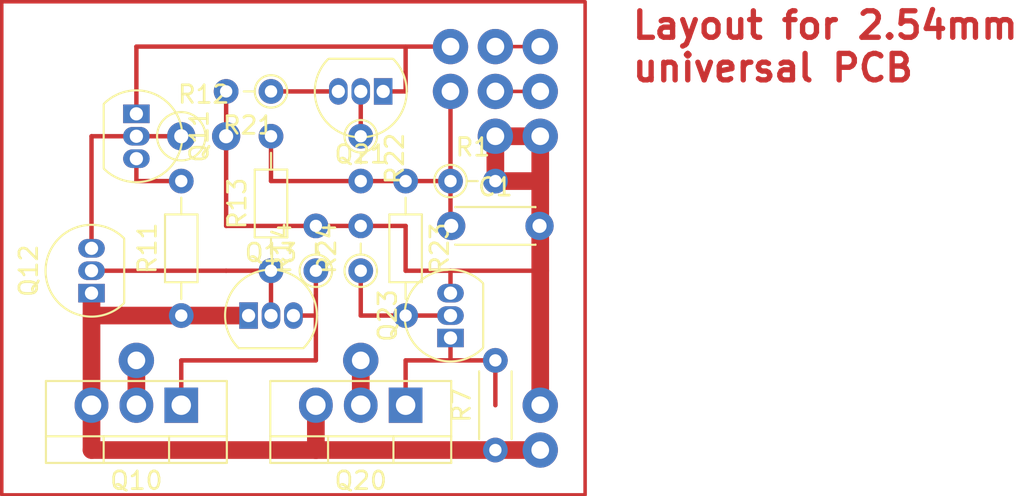
<source format=kicad_pcb>
(kicad_pcb (version 20211014) (generator pcbnew)
  (layers (0 "F.Cu" signal) (31 "B.Cu" signal) (34 "B.Paste" user) (35 "F.Paste" user) (36 "B.SilkS" user "B.Silkscreen") (37 "F.SilkS" user "F.Silkscreen") (38 "B.Mask" user) (39 "F.Mask" user) (44 "Edge.Cuts" user))
  (net 0 "")
  (net 1 "Net-(Q10-Pad1)")
  (net 2 "+5V Charge")
  (net 3 "+5V")
  (net 4 "PD Sense")
  (net 5 "Net-(Q11-Pad2)")
  (net 6 "Net-(Q11-Pad3)")
  (net 7 "Net-(Q20-Pad1)")
  (net 8 "+5V USB Host")
  (net 9 "Net-(Q21-Pad2)")
  (net 10 "Net-(Q21-Pad3)")
  (net 11 "GND")
  (net 12 "Switch")
  (net 13 "/SW_Charge")
  (net 14 "/SW_host")
  (footprint "Package_TO_SOT_THT:TO-92_Inline" (layer "F.Cu") (at 20.32 19.05 -90)
    (fp_text reference "Q11" (at 1.27 -3.56 90) (layer "F.SilkS"))
    (fp_text value "BC557C")
    (fp_line (start -0.53 1.85) (end 3.07 1.85) (layer "F.SilkS") (width 0.12))
    (fp_arc (start 1.27 -2.6) (mid 3.672087 -0.994977) (end 3.108478 1.838478) (layer "F.SilkS") (width 0.12))
    (fp_arc (start -0.568478 1.838478) (mid -1.132087 -0.994977) (end 1.27 -2.6) (layer "F.SilkS") (width 0.12))
    (pad "1" thru_hole rect (at 0 0 270) (size 1.05 1.5) (drill 0.75) (layers *.Cu *.Mask) (net 4 "PD Sense"))
    (pad "2" thru_hole oval (at 1.27 0 270) (size 1.05 1.5) (drill 0.75) (layers *.Cu *.Mask) (net 5 "Net-(Q11-Pad2)"))
    (pad "3" thru_hole oval (at 2.54 0 270) (size 1.05 1.5) (drill 0.75) (layers *.Cu *.Mask) (net 6 "Net-(Q11-Pad3)"))
  )
  (footprint "Resistor_THT:R_Axial_DIN0204_L3.6mm_D1.6mm_P7.62mm_Horizontal" (layer "F.Cu") (at 35.56 22.86 -90)
    (fp_text reference "R23" (at 3.81 -1.92 -90) (layer "F.SilkS"))
    (fp_text value "1000k")
    (fp_line (start 5.73 0.92) (end 5.73 -0.92) (layer "F.SilkS") (width 0.12))
    (fp_line (start 1.89 0.92) (end 5.73 0.92) (layer "F.SilkS") (width 0.12))
    (fp_line (start 6.68 0) (end 5.73 0) (layer "F.SilkS") (width 0.12))
    (fp_line (start 5.73 -0.92) (end 1.89 -0.92) (layer "F.SilkS") (width 0.12))
    (fp_line (start 1.89 -0.92) (end 1.89 0.92) (layer "F.SilkS") (width 0.12))
    (fp_line (start 0.94 0) (end 1.89 0) (layer "F.SilkS") (width 0.12))
    (pad "1" thru_hole circle (at 0 0 270) (size 1.4 1.4) (drill 0.7) (layers *.Cu *.Mask) (net 12 "Switch"))
    (pad "2" thru_hole oval (at 7.62 0 270) (size 1.4 1.4) (drill 0.7) (layers *.Cu *.Mask) (net 14 "/SW_host"))
  )
  (footprint "Resistor_THT:R_Axial_DIN0204_L3.6mm_D1.6mm_P2.54mm_Vertical" (layer "F.Cu") (at 27.94 17.78 180)
    (fp_text reference "R21" (at 1.27 -1.92 180) (layer "F.SilkS"))
    (fp_text value "15k")
    (fp_line (start 0.92 0) (end 1.54 0) (layer "F.SilkS") (width 0.12))
    (fp_circle (center 0 0) (end 0.92 0) (layer "F.SilkS") (width 0.12) (fill none))
    (pad "1" thru_hole circle (at 0 0 180) (size 1.4 1.4) (drill 0.7) (layers *.Cu *.Mask) (net 10 "Net-(Q21-Pad3)"))
    (pad "2" thru_hole oval (at 2.54 0 180) (size 1.4 1.4) (drill 0.7) (layers *.Cu *.Mask) (net 11 "GND"))
  )
  (footprint "Package_TO_SOT_THT:TO-220-3_Vertical" (layer "F.Cu") (at 22.86 35.56 180)
    (fp_text reference "Q10" (at 2.54 -4.27) (layer "F.SilkS"))
    (fp_text value "IRF4905")
    (fp_line (start -2.58 1.371) (end 7.66 1.371) (layer "F.SilkS") (width 0.12))
    (fp_line (start 0.69 -3.27) (end 0.69 -1.76) (layer "F.SilkS") (width 0.12))
    (fp_line (start -2.58 -3.27) (end 7.66 -3.27) (layer "F.SilkS") (width 0.12))
    (fp_line (start 7.66 -3.27) (end 7.66 1.371) (layer "F.SilkS") (width 0.12))
    (fp_line (start -2.58 -3.27) (end -2.58 1.371) (layer "F.SilkS") (width 0.12))
    (fp_line (start -2.58 -1.76) (end 7.66 -1.76) (layer "F.SilkS") (width 0.12))
    (fp_line (start 4.391 -3.27) (end 4.391 -1.76) (layer "F.SilkS") (width 0.12))
    (pad "1" thru_hole rect (at 0 0 180) (size 1.905 2) (drill 1.1) (layers *.Cu *.Mask) (net 1 "Net-(Q10-Pad1)"))
    (pad "2" thru_hole oval (at 2.54 0 180) (size 1.905 2) (drill 1.1) (layers *.Cu *.Mask) (net 2 "+5V Charge"))
    (pad "3" thru_hole oval (at 5.08 0 180) (size 1.905 2) (drill 1.1) (layers *.Cu *.Mask) (net 3 "+5V"))
  )
  (footprint "Package_TO_SOT_THT:TO-92_Inline" (layer "F.Cu") (at 26.67 30.48)
    (fp_text reference "Q13" (at 1.27 -3.56) (layer "F.SilkS"))
    (fp_text value "BC548C")
    (fp_line (start -0.53 1.85) (end 3.07 1.85) (layer "F.SilkS") (width 0.12))
    (fp_arc (start -0.568478 1.838478) (mid -1.132087 -0.994977) (end 1.27 -2.6) (layer "F.SilkS") (width 0.12))
    (fp_arc (start 1.27 -2.6) (mid 3.672087 -0.994977) (end 3.108478 1.838478) (layer "F.SilkS") (width 0.12))
    (pad "1" thru_hole rect (at 0 0) (size 1.05 1.5) (drill 0.75) (layers *.Cu *.Mask) (net 3 "+5V"))
    (pad "2" thru_hole oval (at 1.27 0) (size 1.05 1.5) (drill 0.75) (layers *.Cu *.Mask) (net 13 "/SW_Charge"))
    (pad "3" thru_hole oval (at 2.54 0) (size 1.05 1.5) (drill 0.75) (layers *.Cu *.Mask) (net 1 "Net-(Q10-Pad1)"))
  )
  (footprint "Resistor_THT:R_Axial_DIN0204_L3.6mm_D1.6mm_P2.54mm_Vertical" (layer "F.Cu") (at 30.48 27.94 90)
    (fp_text reference "R14" (at 1.27 -1.92 90) (layer "F.SilkS"))
    (fp_text value "1000k")
    (fp_line (start 0.92 0) (end 1.54 0) (layer "F.SilkS") (width 0.12))
    (fp_circle (center 0 0) (end 0.92 0) (layer "F.SilkS") (width 0.12) (fill none))
    (pad "1" thru_hole circle (at 0 0 90) (size 1.4 1.4) (drill 0.7) (layers *.Cu *.Mask) (net 1 "Net-(Q10-Pad1)"))
    (pad "2" thru_hole oval (at 2.54 0 90) (size 1.4 1.4) (drill 0.7) (layers *.Cu *.Mask) (net 11 "GND"))
  )
  (footprint "Package_TO_SOT_THT:TO-92_Inline" (layer "F.Cu") (at 38.1 31.75 90)
    (fp_text reference "Q23" (at 1.27 -3.56 90) (layer "F.SilkS"))
    (fp_text value "BC548C")
    (fp_line (start -0.53 1.85) (end 3.07 1.85) (layer "F.SilkS") (width 0.12))
    (fp_arc (start -0.568478 1.838478) (mid -1.132087 -0.994977) (end 1.27 -2.6) (layer "F.SilkS") (width 0.12))
    (fp_arc (start 1.27 -2.6) (mid 3.672087 -0.994977) (end 3.108478 1.838478) (layer "F.SilkS") (width 0.12))
    (pad "1" thru_hole rect (at 0 0 90) (size 1.05 1.5) (drill 0.75) (layers *.Cu *.Mask) (net 7 "Net-(Q20-Pad1)"))
    (pad "2" thru_hole oval (at 1.27 0 90) (size 1.05 1.5) (drill 0.75) (layers *.Cu *.Mask) (net 14 "/SW_host"))
    (pad "3" thru_hole oval (at 2.54 0 90) (size 1.05 1.5) (drill 0.75) (layers *.Cu *.Mask) (net 11 "GND"))
  )
  (footprint "Package_TO_SOT_THT:TO-92_Inline" (layer "F.Cu") (at 17.78 29.21 90)
    (fp_text reference "Q12" (at 1.27 -3.56 90) (layer "F.SilkS"))
    (fp_text value "BC548C")
    (fp_line (start -0.53 1.85) (end 3.07 1.85) (layer "F.SilkS") (width 0.12))
    (fp_arc (start -0.568478 1.838478) (mid -1.132087 -0.994977) (end 1.27 -2.6) (layer "F.SilkS") (width 0.12))
    (fp_arc (start 1.27 -2.6) (mid 3.672087 -0.994977) (end 3.108478 1.838478) (layer "F.SilkS") (width 0.12))
    (pad "1" thru_hole rect (at 0 0 90) (size 1.05 1.5) (drill 0.75) (layers *.Cu *.Mask) (net 3 "+5V"))
    (pad "2" thru_hole oval (at 1.27 0 90) (size 1.05 1.5) (drill 0.75) (layers *.Cu *.Mask) (net 13 "/SW_Charge"))
    (pad "3" thru_hole oval (at 2.54 0 90) (size 1.05 1.5) (drill 0.75) (layers *.Cu *.Mask) (net 5 "Net-(Q11-Pad2)"))
  )
  (footprint "Resistor_THT:R_Axial_DIN0204_L3.6mm_D1.6mm_P2.54mm_Vertical" (layer "F.Cu") (at 38.1 22.86)
    (fp_text reference "R1" (at 1.27 -1.92) (layer "F.SilkS"))
    (fp_text value "10k")
    (fp_line (start 0.92 0) (end 1.54 0) (layer "F.SilkS") (width 0.12))
    (fp_circle (center 0 0) (end 0.92 0) (layer "F.SilkS") (width 0.12) (fill none))
    (pad "1" thru_hole circle (at 0 0) (size 1.4 1.4) (drill 0.7) (layers *.Cu *.Mask) (net 12 "Switch"))
    (pad "2" thru_hole oval (at 2.54 0) (size 1.4 1.4) (drill 0.7) (layers *.Cu *.Mask) (net 11 "GND"))
  )
  (footprint "Resistor_THT:R_Axial_DIN0204_L3.6mm_D1.6mm_P7.62mm_Horizontal" (layer "F.Cu") (at 22.86 30.48 90)
    (fp_text reference "R11" (at 3.81 -1.92 90) (layer "F.SilkS"))
    (fp_text value "56k")
    (fp_line (start 1.89 0.92) (end 5.73 0.92) (layer "F.SilkS") (width 0.12))
    (fp_line (start 5.73 -0.92) (end 1.89 -0.92) (layer "F.SilkS") (width 0.12))
    (fp_line (start 1.89 -0.92) (end 1.89 0.92) (layer "F.SilkS") (width 0.12))
    (fp_line (start 5.73 0.92) (end 5.73 -0.92) (layer "F.SilkS") (width 0.12))
    (fp_line (start 6.68 0) (end 5.73 0) (layer "F.SilkS") (width 0.12))
    (fp_line (start 0.94 0) (end 1.89 0) (layer "F.SilkS") (width 0.12))
    (pad "1" thru_hole circle (at 0 0 90) (size 1.4 1.4) (drill 0.7) (layers *.Cu *.Mask) (net 3 "+5V"))
    (pad "2" thru_hole oval (at 7.62 0 90) (size 1.4 1.4) (drill 0.7) (layers *.Cu *.Mask) (net 6 "Net-(Q11-Pad3)"))
  )
  (footprint "Capacitor_THT:C_Disc_D4.3mm_W1.9mm_P5.00mm" (layer "F.Cu") (at 38.14 25.4)
    (fp_text reference "C1" (at 2.5 -2.2) (layer "F.SilkS"))
    (fp_text value "1n")
    (fp_line (start 0.23 1.055) (end 0.23 1.07) (layer "F.SilkS") (width 0.12))
    (fp_line (start 0.23 1.07) (end 4.77 1.07) (layer "F.SilkS") (width 0.12))
    (fp_line (start 0.23 -1.07) (end 0.23 -1.055) (layer "F.SilkS") (width 0.12))
    (fp_line (start 4.77 1.055) (end 4.77 1.07) (layer "F.SilkS") (width 0.12))
    (fp_line (start 4.77 -1.07) (end 4.77 -1.055) (layer "F.SilkS") (width 0.12))
    (fp_line (start 0.23 -1.07) (end 4.77 -1.07) (layer "F.SilkS") (width 0.12))
    (pad "1" thru_hole circle (at 0 0) (size 1.6 1.6) (drill 0.8) (layers *.Cu *.Mask) (net 12 "Switch"))
    (pad "2" thru_hole circle (at 5 0) (size 1.6 1.6) (drill 0.8) (layers *.Cu *.Mask) (net 11 "GND"))
  )
  (footprint "Resistor_THT:R_Axial_DIN0204_L3.6mm_D1.6mm_P2.54mm_Vertical" (layer "F.Cu") (at 33.02 27.94 90)
    (fp_text reference "R24" (at 1.27 -1.92 90) (layer "F.SilkS"))
    (fp_text value "220k")
    (fp_line (start 0.92 0) (end 1.54 0) (layer "F.SilkS") (width 0.12))
    (fp_circle (center 0 0) (end 0.92 0) (layer "F.SilkS") (width 0.12) (fill none))
    (pad "1" thru_hole circle (at 0 0 90) (size 1.4 1.4) (drill 0.7) (layers *.Cu *.Mask) (net 14 "/SW_host"))
    (pad "2" thru_hole oval (at 2.54 0 90) (size 1.4 1.4) (drill 0.7) (layers *.Cu *.Mask) (net 11 "GND"))
  )
  (footprint "Resistor_THT:R_Axial_DIN0204_L3.6mm_D1.6mm_P2.54mm_Vertical" (layer "F.Cu") (at 33.02 20.32 -90)
    (fp_text reference "R22" (at 1.27 -1.92 -90) (layer "F.SilkS"))
    (fp_text value "1000k")
    (fp_line (start 0.92 0) (end 1.54 0) (layer "F.SilkS") (width 0.12))
    (fp_circle (center 0 0) (end 0.92 0) (layer "F.SilkS") (width 0.12) (fill none))
    (pad "1" thru_hole circle (at 0 0 270) (size 1.4 1.4) (drill 0.7) (layers *.Cu *.Mask) (net 9 "Net-(Q21-Pad2)"))
    (pad "2" thru_hole oval (at 2.54 0 270) (size 1.4 1.4) (drill 0.7) (layers *.Cu *.Mask) (net 12 "Switch"))
  )
  (footprint "Resistor_THT:R_Axial_DIN0204_L3.6mm_D1.6mm_P5.08mm_Horizontal" (layer "F.Cu") (at 40.64 38.1 90)
    (fp_text reference "R7" (at 2.54 -1.92 90) (layer "F.SilkS"))
    (fp_text value "1000k")
    (fp_line (start 0.62 0.92) (end 4.46 0.92) (layer "F.SilkS") (width 0.12))
    (fp_line (start 0.62 -0.92) (end 4.46 -0.92) (layer "F.SilkS") (width 0.12))
    (pad "1" thru_hole circle (at 0 0 90) (size 1.4 1.4) (drill 0.7) (layers *.Cu *.Mask) (net 3 "+5V"))
    (pad "2" thru_hole oval (at 5.08 0 90) (size 1.4 1.4) (drill 0.7) (layers *.Cu *.Mask) (net 7 "Net-(Q20-Pad1)"))
  )
  (footprint "Package_TO_SOT_THT:TO-92_Inline" (layer "F.Cu") (at 34.29 17.78 180)
    (fp_text reference "Q21" (at 1.27 -3.56) (layer "F.SilkS"))
    (fp_text value "BC548C")
    (fp_line (start -0.53 1.85) (end 3.07 1.85) (layer "F.SilkS") (width 0.12))
    (fp_arc (start 1.27 -2.6) (mid 3.672087 -0.994977) (end 3.108478 1.838478) (layer "F.SilkS") (width 0.12))
    (fp_arc (start -0.568478 1.838478) (mid -1.132087 -0.994977) (end 1.27 -2.6) (layer "F.SilkS") (width 0.12))
    (pad "1" thru_hole rect (at 0 0 180) (size 1.05 1.5) (drill 0.75) (layers *.Cu *.Mask) (net 4 "PD Sense"))
    (pad "2" thru_hole oval (at 1.27 0 180) (size 1.05 1.5) (drill 0.75) (layers *.Cu *.Mask) (net 9 "Net-(Q21-Pad2)"))
    (pad "3" thru_hole oval (at 2.54 0 180) (size 1.05 1.5) (drill 0.75) (layers *.Cu *.Mask) (net 10 "Net-(Q21-Pad3)"))
  )
  (footprint "Resistor_THT:R_Axial_DIN0204_L3.6mm_D1.6mm_P7.62mm_Horizontal" (layer "F.Cu") (at 27.94 27.94 90)
    (fp_text reference "R13" (at 3.81 -1.92 90) (layer "F.SilkS"))
    (fp_text value "1000k")
    (fp_line (start 5.73 0.92) (end 5.73 -0.92) (layer "F.SilkS") (width 0.12))
    (fp_line (start 0.94 0) (end 1.89 0) (layer "F.SilkS") (width 0.12))
    (fp_line (start 6.68 0) (end 5.73 0) (layer "F.SilkS") (width 0.12))
    (fp_line (start 1.89 -0.92) (end 1.89 0.92) (layer "F.SilkS") (width 0.12))
    (fp_line (start 1.89 0.92) (end 5.73 0.92) (layer "F.SilkS") (width 0.12))
    (fp_line (start 5.73 -0.92) (end 1.89 -0.92) (layer "F.SilkS") (width 0.12))
    (pad "1" thru_hole circle (at 0 0 90) (size 1.4 1.4) (drill 0.7) (layers *.Cu *.Mask) (net 13 "/SW_Charge"))
    (pad "2" thru_hole oval (at 7.62 0 90) (size 1.4 1.4) (drill 0.7) (layers *.Cu *.Mask) (net 12 "Switch"))
  )
  (footprint "Resistor_THT:R_Axial_DIN0207_L6.3mm_D2.5mm_P2.54mm_Vertical" (layer "F.Cu") (at 22.86 20.32)
    (fp_text reference "R12" (at 1.27 -2.37) (layer "F.SilkS"))
    (fp_text value "1000k")
    (fp_line (start 1.37 0) (end 1.44 0) (layer "F.SilkS") (width 0.12))
    (fp_circle (center 0 0) (end 1.37 0) (layer "F.SilkS") (width 0.12) (fill none))
    (pad "1" thru_hole circle (at 0 0) (size 1.6 1.6) (drill 0.8) (layers *.Cu *.Mask) (net 5 "Net-(Q11-Pad2)"))
    (pad "2" thru_hole oval (at 2.54 0) (size 1.6 1.6) (drill 0.8) (layers *.Cu *.Mask) (net 11 "GND"))
  )
  (footprint "Package_TO_SOT_THT:TO-220-3_Vertical" (layer "F.Cu") (at 35.56 35.56 180)
    (fp_text reference "Q20" (at 2.54 -4.27) (layer "F.SilkS"))
    (fp_text value "IRF4905")
    (fp_line (start 0.69 -3.27) (end 0.69 -1.76) (layer "F.SilkS") (width 0.12))
    (fp_line (start 7.66 -3.27) (end 7.66 1.371) (layer "F.SilkS") (width 0.12))
    (fp_line (start 4.391 -3.27) (end 4.391 -1.76) (layer "F.SilkS") (width 0.12))
    (fp_line (start -2.58 -3.27) (end 7.66 -3.27) (layer "F.SilkS") (width 0.12))
    (fp_line (start -2.58 -3.27) (end -2.58 1.371) (layer "F.SilkS") (width 0.12))
    (fp_line (start -2.58 1.371) (end 7.66 1.371) (layer "F.SilkS") (width 0.12))
    (fp_line (start -2.58 -1.76) (end 7.66 -1.76) (layer "F.SilkS") (width 0.12))
    (pad "1" thru_hole rect (at 0 0 180) (size 1.905 2) (drill 1.1) (layers *.Cu *.Mask) (net 7 "Net-(Q20-Pad1)"))
    (pad "2" thru_hole oval (at 2.54 0 180) (size 1.905 2) (drill 1.1) (layers *.Cu *.Mask) (net 8 "+5V USB Host"))
    (pad "3" thru_hole oval (at 5.08 0 180) (size 1.905 2) (drill 1.1) (layers *.Cu *.Mask) (net 3 "+5V"))
  )
  (gr_rect (start 12.7 12.7) (end 45.72 40.64) (layer "F.Cu") (width 0.2) (fill none))
  (gr_text "Layout for 2.54mm\nuniversal PCB" (at 48.26 15.24) (layer "F.Cu") (effects (font (size 1.5 1.5) (thickness 0.3)) (justify left)))
  (segment (start 40.64 15.24) (end 43.18 15.24) (width 0.2) (layer "F.Cu") (net 0))
  (segment (start 40.64 17.78) (end 43.18 17.78) (width 0.2) (layer "F.Cu") (net 0))
  (via (at 40.64 17.78) (size 2) (drill 1) (layers "F.Cu" "B.Cu") (net 0))
  (via (at 40.64 15.24) (size 2) (drill 1) (layers "F.Cu" "B.Cu") (net 0))
  (via (at 43.18 17.78) (size 2) (drill 1) (layers "F.Cu" "B.Cu") (net 0))
  (via (at 43.18 15.24) (size 2) (drill 1) (layers "F.Cu" "B.Cu") (net 0))
  (segment (start 22.86 33.02) (end 22.86 35.56) (width 0.25) (layer "F.Cu") (net 1))
  (segment (start 30.48 27.94) (end 30.48 30.48) (width 0.25) (layer "F.Cu") (net 1))
  (segment (start 30.48 33.02) (end 22.86 33.02) (width 0.25) (layer "F.Cu") (net 1))
  (segment (start 30.48 30.48) (end 30.48 33.02) (width 0.25) (layer "F.Cu") (net 1))
  (segment (start 30.48 30.48) (end 29.21 30.48) (width 0.25) (layer "F.Cu") (net 1))
  (segment (start 20.32 33.02) (end 20.32 35.56) (width 1) (layer "F.Cu") (net 2))
  (via (at 20.32 33.02) (size 2) (drill 1) (layers "F.Cu" "B.Cu") (net 2))
  (segment (start 43.18 38.1) (end 30.48 38.1) (width 1) (layer "F.Cu") (net 3))
  (segment (start 17.78 30.48) (end 26.67 30.48) (width 1) (layer "F.Cu") (net 3))
  (segment (start 17.78 38.1) (end 30.48 38.1) (width 1) (layer "F.Cu") (net 3))
  (segment (start 17.78 35.56) (end 17.78 38.1) (width 1) (layer "F.Cu") (net 3))
  (segment (start 17.78 29.21) (end 17.78 30.48) (width 0.25) (layer "F.Cu") (net 3))
  (segment (start 30.48 38.1) (end 30.48 35.56) (width 1) (layer "F.Cu") (net 3))
  (segment (start 17.78 29.21) (end 17.78 35.56) (width 1) (layer "F.Cu") (net 3))
  (via (at 43.18 38.1) (size 2) (drill 1) (layers "F.Cu" "B.Cu") (net 3))
  (segment (start 34.29 17.78) (end 35.56 17.78) (width 0.25) (layer "F.Cu") (net 4))
  (segment (start 38.1 15.24) (end 20.32 15.24) (width 0.25) (layer "F.Cu") (net 4))
  (segment (start 20.32 15.24) (end 20.32 19.05) (width 0.25) (layer "F.Cu") (net 4))
  (segment (start 35.56 17.78) (end 35.56 15.24) (width 0.25) (layer "F.Cu") (net 4))
  (via (at 38.1 15.24) (size 2) (drill 1) (layers "F.Cu" "B.Cu") (net 4))
  (segment (start 17.78 26.67) (end 17.78 20.32) (width 0.25) (layer "F.Cu") (net 5))
  (segment (start 17.78 20.32) (end 22.86 20.32) (width 0.25) (layer "F.Cu") (net 5))
  (segment (start 20.32 21.59) (end 20.32 22.86) (width 0.25) (layer "F.Cu") (net 6))
  (segment (start 20.32 22.86) (end 22.86 22.86) (width 0.25) (layer "F.Cu") (net 6))
  (segment (start 40.64 33.02) (end 38.1 33.02) (width 0.25) (layer "F.Cu") (net 7))
  (segment (start 40.64 35.56) (end 40.64 33.02) (width 0.25) (layer "F.Cu") (net 7))
  (segment (start 38.1 33.02) (end 35.56 33.02) (width 0.25) (layer "F.Cu") (net 7))
  (segment (start 35.56 33.02) (end 35.56 35.56) (width 0.25) (layer "F.Cu") (net 7))
  (segment (start 38.1 31.75) (end 38.1 33.02) (width 0.25) (layer "F.Cu") (net 7))
  (segment (start 33.02 35.56) (end 33.02 33.02) (width 1) (layer "F.Cu") (net 8))
  (via (at 33.02 33.02) (size 2) (drill 1) (layers "F.Cu" "B.Cu") (net 8))
  (segment (start 33.02 17.78) (end 33.02 20.32) (width 0.25) (layer "F.Cu") (net 9))
  (segment (start 27.94 17.78) (end 31.75 17.78) (width 0.25) (layer "F.Cu") (net 10))
  (segment (start 38.1 27.94) (end 38.1 29.21) (width 0.25) (layer "F.Cu") (net 11))
  (segment (start 43.18 20.32) (end 43.18 27.94) (width 1) (layer "F.Cu") (net 11))
  (segment (start 35.56 25.4) (end 35.56 27.94) (width 0.25) (layer "F.Cu") (net 11))
  (segment (start 35.56 27.94) (end 38.1 27.94) (width 0.25) (layer "F.Cu") (net 11))
  (segment (start 43.18 35.56) (end 43.18 27.94) (width 1) (layer "F.Cu") (net 11))
  (segment (start 43.18 22.86) (end 40.64 22.86) (width 1) (layer "F.Cu") (net 11))
  (segment (start 40.64 22.86) (end 40.64 20.32) (width 1) (layer "F.Cu") (net 11))
  (segment (start 38.1 27.94) (end 43.18 27.94) (width 0.25) (layer "F.Cu") (net 11))
  (segment (start 40.64 20.32) (end 43.18 20.32) (width 1) (layer "F.Cu") (net 11))
  (segment (start 25.4 25.4) (end 35.56 25.4) (width 0.25) (layer "F.Cu") (net 11))
  (segment (start 25.4 17.78) (end 25.4 25.4) (width 0.25) (layer "F.Cu") (net 11))
  (via (at 43.18 20.32) (size 2) (drill 1) (layers "F.Cu" "B.Cu") (net 11))
  (via (at 43.18 35.56) (size 2) (drill 1) (layers "F.Cu" "B.Cu") (net 11))
  (via (at 40.64 20.32) (size 2) (drill 1) (layers "F.Cu" "B.Cu") (net 11))
  (segment (start 38.1 25.4) (end 38.1 22.86) (width 0.25) (layer "F.Cu") (net 12))
  (segment (start 27.94 22.86) (end 27.94 20.32) (width 0.25) (layer "F.Cu") (net 12))
  (segment (start 38.1 22.86) (end 35.56 22.86) (width 0.25) (layer "F.Cu") (net 12))
  (segment (start 38.1 17.78) (end 38.1 22.86) (width 0.25) (layer "F.Cu") (net 12))
  (segment (start 35.56 22.86) (end 27.94 22.86) (width 0.25) (layer "F.Cu") (net 12))
  (via (at 38.1 17.78) (size 2) (drill 1) (layers "F.Cu" "B.Cu") (net 12))
  (segment (start 25.4 27.94) (end 27.94 27.94) (width 0.25) (layer "F.Cu") (net 13))
  (segment (start 27.94 27.94) (end 27.94 30.48) (width 0.25) (layer "F.Cu") (net 13))
  (segment (start 17.78 27.94) (end 25.4 27.94) (width 0.25) (layer "F.Cu") (net 13))
  (segment (start 38.1 30.48) (end 35.56 30.48) (width 0.25) (layer "F.Cu") (net 14))
  (segment (start 35.56 30.48) (end 33.02 30.48) (width 0.25) (layer "F.Cu") (net 14))
  (segment (start 33.02 30.48) (end 33.02 27.94) (width 0.25) (layer "F.Cu") (net 14))
)
</source>
